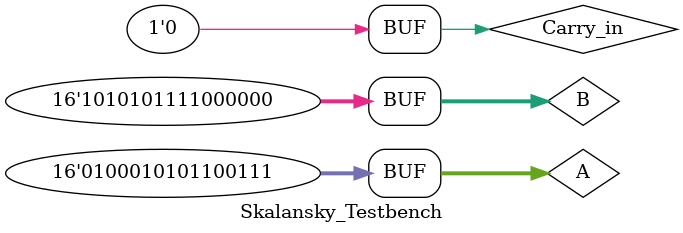
<source format=v>
`timescale 1ns / 1ns

module Skalansky_Testbench;
wire [16:1] Sum;
wire [16:0] Carry_Out;
reg [16:1] A,B;
reg Carry_in;

Skalansky tb( A, B, Carry_in, Carry_Out, Sum);

initial 
begin
    A=16'h1234; B=16'h1234; Carry_in=0;
   #10 A=16'h1234; B=16'h8902; Carry_in=1;
   #10 A=16'h2562; B=16'hACDF; Carry_in=0;
   #10 A=16'h0000; B=16'h000; Carry_in=1;
   #10 A=16'hFFFF; B=16'hFFFF; Carry_in=0;
   #10 A=16'h7890; B=16'h1020; Carry_in=0;
   #10 A=16'hA234; B=16'h5467; Carry_in=1;
   #10 A=16'h4567; B=16'hABC0; Carry_in=0;
end
  
  initial begin
    $dumpfile("dump.vcd");
    $dumpvars;
  end
    

endmodule
</source>
